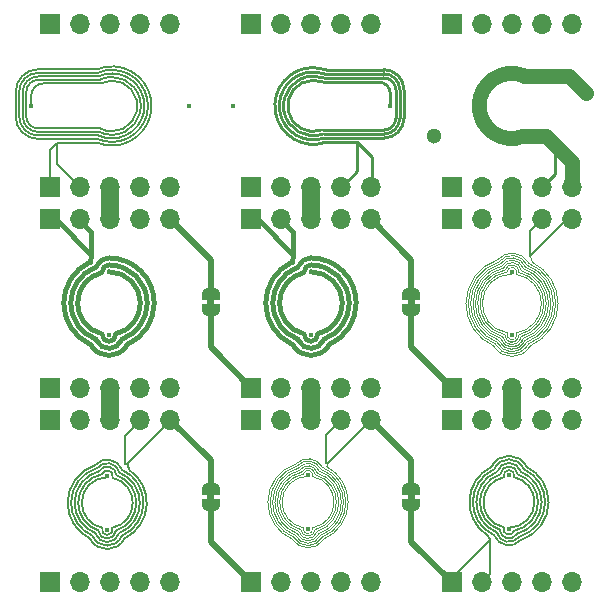
<source format=gbr>
%TF.GenerationSoftware,KiCad,Pcbnew,8.0.0*%
%TF.CreationDate,2024-05-13T09:11:22+02:00*%
%TF.ProjectId,Planar_XFMR,506c616e-6172-45f5-9846-4d522e6b6963,A*%
%TF.SameCoordinates,Original*%
%TF.FileFunction,Copper,L4,Bot*%
%TF.FilePolarity,Positive*%
%FSLAX46Y46*%
G04 Gerber Fmt 4.6, Leading zero omitted, Abs format (unit mm)*
G04 Created by KiCad (PCBNEW 8.0.0) date 2024-05-13 09:11:22*
%MOMM*%
%LPD*%
G01*
G04 APERTURE LIST*
G04 Aperture macros list*
%AMFreePoly0*
4,1,19,0.500000,-0.750000,0.000000,-0.750000,0.000000,-0.744911,-0.071157,-0.744911,-0.207708,-0.704816,-0.327430,-0.627875,-0.420627,-0.520320,-0.479746,-0.390866,-0.500000,-0.250000,-0.500000,0.250000,-0.479746,0.390866,-0.420627,0.520320,-0.327430,0.627875,-0.207708,0.704816,-0.071157,0.744911,0.000000,0.744911,0.000000,0.750000,0.500000,0.750000,0.500000,-0.750000,0.500000,-0.750000,
$1*%
%AMFreePoly1*
4,1,19,0.000000,0.744911,0.071157,0.744911,0.207708,0.704816,0.327430,0.627875,0.420627,0.520320,0.479746,0.390866,0.500000,0.250000,0.500000,-0.250000,0.479746,-0.390866,0.420627,-0.520320,0.327430,-0.627875,0.207708,-0.704816,0.071157,-0.744911,0.000000,-0.744911,0.000000,-0.750000,-0.500000,-0.750000,-0.500000,0.750000,0.000000,0.750000,0.000000,0.744911,0.000000,0.744911,
$1*%
G04 Aperture macros list end*
%TA.AperFunction,NonConductor*%
%ADD10C,0.200000*%
%TD*%
%TA.AperFunction,NonConductor*%
%ADD11C,0.100000*%
%TD*%
%TA.AperFunction,EtchedComponent*%
%ADD12C,0.000000*%
%TD*%
%TA.AperFunction,SMDPad,CuDef*%
%ADD13FreePoly0,270.000000*%
%TD*%
%TA.AperFunction,SMDPad,CuDef*%
%ADD14FreePoly1,270.000000*%
%TD*%
%TA.AperFunction,ComponentPad*%
%ADD15R,1.700000X1.700000*%
%TD*%
%TA.AperFunction,ComponentPad*%
%ADD16O,1.700000X1.700000*%
%TD*%
%TA.AperFunction,ViaPad*%
%ADD17C,0.450000*%
%TD*%
%TA.AperFunction,ViaPad*%
%ADD18C,1.300000*%
%TD*%
%TA.AperFunction,Conductor*%
%ADD19C,0.500000*%
%TD*%
%TA.AperFunction,Conductor*%
%ADD20C,0.200000*%
%TD*%
%TA.AperFunction,Conductor*%
%ADD21C,0.250000*%
%TD*%
%TA.AperFunction,Conductor*%
%ADD22C,1.300000*%
%TD*%
%TA.AperFunction,Conductor*%
%ADD23C,0.400000*%
%TD*%
%TA.AperFunction,Conductor*%
%ADD24C,0.100000*%
%TD*%
%TA.AperFunction,Conductor*%
%ADD25C,0.450000*%
%TD*%
%TA.AperFunction,Conductor*%
%ADD26C,1.500000*%
%TD*%
G04 APERTURE END LIST*
D10*
X111990000Y-73500000D02*
G75*
G02*
X114090017Y-70820070I2760000J0D01*
G01*
X152120014Y-73450000D02*
G75*
G02*
X149796033Y-76639020I-3350014J0D01*
G01*
D11*
X133340818Y-70445121D02*
X133340000Y-70120000D01*
X130411065Y-76575261D02*
G75*
G02*
X128350000Y-73450000I1338935J3125261D01*
G01*
D10*
X112290000Y-73500000D02*
G75*
G02*
X114317226Y-71078367I2460000J0D01*
G01*
X148350137Y-71332220D02*
G75*
G02*
X149194995Y-71318254I419863J162220D01*
G01*
X113896305Y-70561555D02*
G75*
G02*
X115792293Y-70944374I853695J-658445D01*
G01*
X115792294Y-70944374D02*
G75*
G02*
X115756643Y-76069877I-1042294J-2555626D01*
G01*
X114009455Y-75845889D02*
G75*
G02*
X112290000Y-73500000I740545J2345889D01*
G01*
X115994960Y-76302081D02*
G75*
G02*
X113507108Y-76306986I-1244960J522081D01*
G01*
D11*
X133079999Y-76600000D02*
G75*
G02*
X130408220Y-76581902I-1329999J878600D01*
G01*
X132511749Y-70964092D02*
G75*
G02*
X132514141Y-75935174I-761749J-2485908D01*
G01*
X129550000Y-73450000D02*
G75*
G02*
X131750000Y-71250000I2200000J0D01*
G01*
X128550000Y-73450000D02*
G75*
G02*
X130866565Y-70374363I3200000J0D01*
G01*
D10*
X113281398Y-76510946D02*
G75*
G02*
X111399987Y-73500000I1468602J3010946D01*
G01*
X146935217Y-76252885D02*
X147190000Y-76600000D01*
D11*
X129150000Y-73450000D02*
G75*
G02*
X131232206Y-70902081I2600000J0D01*
G01*
D10*
X148329459Y-75564598D02*
G75*
G02*
X148349942Y-71331238I440541J2114598D01*
G01*
X111399986Y-73500000D02*
G75*
G02*
X113723967Y-70310980I3350014J0D01*
G01*
D11*
X132517652Y-75946596D02*
G75*
G02*
X130978798Y-75934122I-767652J225196D01*
G01*
D10*
X147761890Y-70876376D02*
G75*
G02*
X149770962Y-70852864I1008110J-293624D01*
G01*
D11*
X130543073Y-76413668D02*
G75*
G02*
X128550000Y-73450000I1206927J2963668D01*
G01*
D10*
X115496839Y-75848788D02*
G75*
G02*
X114004464Y-75861703I-746839J68788D01*
G01*
X147290163Y-70440217D02*
G75*
G02*
X150243873Y-70428247I1479837J-729783D01*
G01*
D11*
X131369031Y-71048090D02*
G75*
G02*
X132142231Y-71248446I380969J-121910D01*
G01*
D10*
X151230000Y-73450000D02*
G75*
G02*
X149202774Y-75871633I-2460000J0D01*
G01*
D11*
X129350000Y-73450000D02*
G75*
G02*
X131374034Y-71079631I2400000J0D01*
G01*
X132967683Y-76412265D02*
G75*
G02*
X130757570Y-76708885I-1217683J690865D01*
G01*
D10*
X148023161Y-71101212D02*
G75*
G02*
X149515536Y-71088297I746839J-68788D01*
G01*
X113724654Y-70311589D02*
G75*
G02*
X116024615Y-70718102I1025346J-908411D01*
G01*
D11*
X128950000Y-73450000D02*
G75*
G02*
X131092358Y-70728326I2800000J0D01*
G01*
D10*
X116229837Y-76509783D02*
G75*
G02*
X113276127Y-76521753I-1479837J729783D01*
G01*
D11*
X132963619Y-70489066D02*
G75*
G02*
X132966628Y-76409699I-1213619J-2960934D01*
G01*
X128750000Y-73450000D02*
G75*
G02*
X130986254Y-70548846I3000000J0D01*
G01*
X132825269Y-76254164D02*
G75*
G02*
X130676071Y-76256860I-1075269J532764D01*
G01*
D10*
X150238602Y-70439054D02*
G75*
G02*
X152120013Y-73450000I-1468602J-3010946D01*
G01*
X150930000Y-73450000D02*
G75*
G02*
X148770000Y-75610000I-2160000J0D01*
G01*
X149206488Y-75892414D02*
G75*
G02*
X148320000Y-75610000I-436488J162414D01*
G01*
D11*
X132142230Y-75642971D02*
G75*
G02*
X131362877Y-75620748I-392230J-78429D01*
G01*
D10*
X112590000Y-73500000D02*
G75*
G02*
X114750000Y-71340000I2160000J0D01*
G01*
X147727706Y-76005626D02*
G75*
G02*
X147763357Y-70880123I1042294J2555626D01*
G01*
D11*
X132669659Y-76114136D02*
G75*
G02*
X130823931Y-76098772I-919659J392736D01*
G01*
D10*
X116024615Y-70718103D02*
G75*
G02*
X115992443Y-76296414I-1274615J-2781897D01*
G01*
D11*
X130862959Y-70361807D02*
G75*
G02*
X132825268Y-70637254I887041J-808193D01*
G01*
D10*
X113511094Y-76297983D02*
G75*
G02*
X111690001Y-73500000I1238906J2797983D01*
G01*
X116569237Y-70679968D02*
X116450000Y-70150000D01*
X147525040Y-70647919D02*
G75*
G02*
X150012892Y-70643014I1244960J-522081D01*
G01*
X116584783Y-70697116D02*
G75*
G02*
X116228118Y-76506286I-1834783J-2802884D01*
G01*
D11*
X132345603Y-75793925D02*
G75*
G02*
X131153256Y-75783844I-595603J72525D01*
G01*
D10*
X149510545Y-71104111D02*
G75*
G02*
X151230000Y-73450000I-740545J-2345889D01*
G01*
D11*
X132135878Y-71284108D02*
G75*
G02*
X132137340Y-75615631I-385878J-2165892D01*
G01*
X130979117Y-75933091D02*
G75*
G02*
X129150000Y-73450000I770883J2483091D01*
G01*
D10*
X115169863Y-75617780D02*
G75*
G02*
X114325005Y-75631746I-419863J-162220D01*
G01*
X111690000Y-73500000D02*
G75*
G02*
X113896250Y-70561512I3060000J0D01*
G01*
X149444557Y-76138762D02*
G75*
G02*
X147982888Y-75780676I-674557J408762D01*
G01*
D11*
X130825909Y-76093115D02*
G75*
G02*
X128950000Y-73450000I924091J2643115D01*
G01*
D10*
X113757435Y-76075348D02*
G75*
G02*
X111990000Y-73500000I992565J2575348D01*
G01*
D11*
X131089881Y-70718072D02*
G75*
G02*
X132517653Y-70944821I660119J-451928D01*
G01*
D10*
X149762565Y-70874652D02*
G75*
G02*
X151530000Y-73450000I-992565J-2575348D01*
G01*
X114313512Y-71057586D02*
G75*
G02*
X115200000Y-71340000I436488J-162414D01*
G01*
D11*
X132339042Y-71123408D02*
G75*
G02*
X132341068Y-75776078I-589042J-2326592D01*
G01*
D10*
X149623695Y-76388445D02*
G75*
G02*
X147727707Y-76005626I-853695J658445D01*
G01*
D11*
X135150000Y-73450000D02*
G75*
G02*
X133072505Y-76582249I-3400000J0D01*
G01*
D10*
X115758110Y-76073624D02*
G75*
G02*
X113749038Y-76097136I-1008110J293624D01*
G01*
D11*
X133340818Y-70445122D02*
G75*
G02*
X135149999Y-73450000I-1590818J-3004878D01*
G01*
D10*
X146935217Y-76252884D02*
G75*
G02*
X147291882Y-70443714I1834783J2802884D01*
G01*
X151530000Y-73450000D02*
G75*
G02*
X149429983Y-76129930I-2760000J0D01*
G01*
X150008906Y-70652017D02*
G75*
G02*
X151829999Y-73450000I-1238906J-2797983D01*
G01*
D11*
X132822407Y-70644741D02*
G75*
G02*
X132825269Y-76254163I-1072407J-2805259D01*
G01*
X131155468Y-75775195D02*
G75*
G02*
X129350000Y-73450000I594532J2325195D01*
G01*
D10*
X147495385Y-76231897D02*
G75*
G02*
X147527557Y-70653586I1274615J2781897D01*
G01*
D11*
X131363754Y-75615829D02*
G75*
G02*
X129550000Y-73450000I386246J2165829D01*
G01*
D10*
X114327683Y-75618313D02*
G75*
G02*
X112590000Y-73500000I422317J2118313D01*
G01*
D11*
X128350000Y-73450000D02*
G75*
G02*
X130761887Y-70196750I3400000J0D01*
G01*
D10*
X114075443Y-70811238D02*
G75*
G02*
X115537112Y-71169324I674557J-408762D01*
G01*
D11*
X132967683Y-76412265D02*
G75*
G02*
X130538942Y-76423813I-1217683J690865D01*
G01*
D10*
X147982886Y-75780674D02*
G75*
G02*
X148024575Y-71105660I787114J2330674D01*
G01*
X115190541Y-71385402D02*
G75*
G02*
X115170058Y-75618762I-440541J-2114598D01*
G01*
D11*
X130757568Y-70182530D02*
G75*
G02*
X132967682Y-70479153I992432J-987470D01*
G01*
X130981372Y-70530303D02*
G75*
G02*
X132669659Y-70777281I768628J-639697D01*
G01*
D10*
X115537114Y-71169326D02*
G75*
G02*
X115495425Y-75844340I-787114J-2330674D01*
G01*
D11*
X130677962Y-76251915D02*
G75*
G02*
X128750001Y-73450000I1072038J2801915D01*
G01*
D10*
X149795346Y-76638411D02*
G75*
G02*
X147495385Y-76231898I-1025346J908411D01*
G01*
D11*
X131226923Y-70876080D02*
G75*
G02*
X132345602Y-71097492I523077J-293920D01*
G01*
D10*
X149192317Y-71331687D02*
G75*
G02*
X150930000Y-73450000I-422317J-2118313D01*
G01*
D11*
X132667019Y-70784956D02*
G75*
G02*
X132669659Y-76114134I-917019J-2665044D01*
G01*
D10*
X151830000Y-73450000D02*
G75*
G02*
X149623750Y-76388488I-3060000J0D01*
G01*
D12*
%TA.AperFunction,EtchedComponent*%
%TO.C,JP4*%
G36*
X123800000Y-56750000D02*
G01*
X123200000Y-56750000D01*
X123200000Y-56250000D01*
X123800000Y-56250000D01*
X123800000Y-56750000D01*
G37*
%TD.AperFunction*%
%TA.AperFunction,EtchedComponent*%
%TO.C,JP3*%
G36*
X140800000Y-73250000D02*
G01*
X140200000Y-73250000D01*
X140200000Y-72750000D01*
X140800000Y-72750000D01*
X140800000Y-73250000D01*
G37*
%TD.AperFunction*%
%TA.AperFunction,EtchedComponent*%
%TO.C,JP2*%
G36*
X123800000Y-73250000D02*
G01*
X123200000Y-73250000D01*
X123200000Y-72750000D01*
X123800000Y-72750000D01*
X123800000Y-73250000D01*
G37*
%TD.AperFunction*%
%TA.AperFunction,EtchedComponent*%
%TO.C,JP1*%
G36*
X140800000Y-56750000D02*
G01*
X140200000Y-56750000D01*
X140200000Y-56250000D01*
X140800000Y-56250000D01*
X140800000Y-56750000D01*
G37*
%TD.AperFunction*%
%TD*%
D13*
%TO.P,JP4,1,A*%
%TO.N,Net-(J11-Pin_1)*%
X123500000Y-55850000D03*
D14*
%TO.P,JP4,2,B*%
%TO.N,Net-(J10-Pin_1)*%
X123500000Y-57150000D03*
%TD*%
D13*
%TO.P,JP3,1,A*%
%TO.N,Net-(J15-Pin_4)*%
X140500000Y-72350000D03*
D14*
%TO.P,JP3,2,B*%
%TO.N,Net-(J16-Pin_4)*%
X140500000Y-73650000D03*
%TD*%
D13*
%TO.P,JP2,1,A*%
%TO.N,Net-(J13-Pin_4)*%
X123500000Y-72350000D03*
D14*
%TO.P,JP2,2,B*%
%TO.N,Net-(J14-Pin_4)*%
X123500000Y-73650000D03*
%TD*%
D13*
%TO.P,JP1,1,A*%
%TO.N,Net-(J11-Pin_1)*%
X140500000Y-55850000D03*
D14*
%TO.P,JP1,2,B*%
%TO.N,Net-(J10-Pin_4)*%
X140500000Y-57150000D03*
%TD*%
D15*
%TO.P,J6,1,Pin_1*%
%TO.N,Net-(J3-Pin_4)*%
X143925000Y-46750000D03*
D16*
%TO.P,J6,2,Pin_2*%
X146465000Y-46750000D03*
%TO.P,J6,3,Pin_3*%
%TO.N,Net-(J11-Pin_3)*%
X149005000Y-46750000D03*
%TO.P,J6,4,Pin_4*%
%TO.N,Net-(J5-Pin_4)*%
X151545000Y-46750000D03*
%TO.P,J6,5,Pin_5*%
X154085000Y-46750000D03*
%TD*%
D15*
%TO.P,J10,1,Pin_1*%
%TO.N,Net-(J10-Pin_1)*%
X126925000Y-63750000D03*
D16*
%TO.P,J10,2,Pin_2*%
X129465000Y-63750000D03*
%TO.P,J10,3,Pin_3*%
%TO.N,Net-(J10-Pin_3)*%
X132005000Y-63750000D03*
%TO.P,J10,4,Pin_4*%
%TO.N,Net-(J10-Pin_4)*%
X134545000Y-63750000D03*
%TO.P,J10,5,Pin_5*%
X137085000Y-63750000D03*
%TD*%
D15*
%TO.P,J2,1,Pin_1*%
%TO.N,Net-(J1-Pin_1)*%
X109925000Y-46750000D03*
D16*
%TO.P,J2,2,Pin_2*%
X112465000Y-46750000D03*
%TO.P,J2,3,Pin_3*%
%TO.N,Net-(J2-Pin_3)*%
X115005000Y-46750000D03*
%TO.P,J2,4,Pin_4*%
%TO.N,Net-(J1-Pin_4)*%
X117545000Y-46750000D03*
%TO.P,J2,5,Pin_5*%
X120085000Y-46750000D03*
%TD*%
D15*
%TO.P,J3,1,Pin_1*%
%TO.N,Net-(J1-Pin_4)*%
X126925000Y-33000000D03*
D16*
%TO.P,J3,2,Pin_2*%
X129465000Y-33000000D03*
%TO.P,J3,3,Pin_3*%
%TO.N,unconnected-(J3-Pin_3-Pad3)*%
X132005000Y-33000000D03*
%TO.P,J3,4,Pin_4*%
%TO.N,Net-(J3-Pin_4)*%
X134545000Y-33000000D03*
%TO.P,J3,5,Pin_5*%
X137085000Y-33000000D03*
%TD*%
D15*
%TO.P,J12,1,Pin_1*%
%TO.N,Net-(J10-Pin_4)*%
X143925000Y-63750000D03*
D16*
%TO.P,J12,2,Pin_2*%
X146465000Y-63750000D03*
%TO.P,J12,3,Pin_3*%
%TO.N,Net-(J12-Pin_3)*%
X149005000Y-63750000D03*
%TO.P,J12,4,Pin_4*%
%TO.N,Net-(J10-Pin_4)*%
X151545000Y-63750000D03*
%TO.P,J12,5,Pin_5*%
X154085000Y-63750000D03*
%TD*%
D15*
%TO.P,J8,1,Pin_1*%
%TO.N,Net-(J10-Pin_1)*%
X109925000Y-63750000D03*
D16*
%TO.P,J8,2,Pin_2*%
X112465000Y-63750000D03*
%TO.P,J8,3,Pin_3*%
%TO.N,Net-(J13-Pin_3)*%
X115005000Y-63750000D03*
%TO.P,J8,4,Pin_4*%
%TO.N,Net-(J10-Pin_1)*%
X117545000Y-63750000D03*
%TO.P,J8,5,Pin_5*%
X120085000Y-63750000D03*
%TD*%
D15*
%TO.P,J11,1,Pin_1*%
%TO.N,Net-(J11-Pin_1)*%
X143925000Y-49500000D03*
D16*
%TO.P,J11,2,Pin_2*%
X146465000Y-49500000D03*
%TO.P,J11,3,Pin_3*%
%TO.N,Net-(J11-Pin_3)*%
X149005000Y-49500000D03*
%TO.P,J11,4,Pin_4*%
%TO.N,Net-(J11-Pin_1)*%
X151545000Y-49500000D03*
%TO.P,J11,5,Pin_5*%
X154085000Y-49500000D03*
%TD*%
D15*
%TO.P,J18,1,Pin_1*%
%TO.N,Net-(J16-Pin_4)*%
X143925000Y-80250000D03*
D16*
%TO.P,J18,2,Pin_2*%
X146465000Y-80250000D03*
%TO.P,J18,3,Pin_3*%
%TO.N,unconnected-(J18-Pin_3-Pad3)*%
X149005000Y-80250000D03*
%TO.P,J18,4,Pin_4*%
%TO.N,Net-(J18-Pin_4)*%
X151545000Y-80250000D03*
%TO.P,J18,5,Pin_5*%
X154085000Y-80250000D03*
%TD*%
D15*
%TO.P,J16,1,Pin_1*%
%TO.N,Net-(J14-Pin_4)*%
X126925000Y-80250000D03*
D16*
%TO.P,J16,2,Pin_2*%
X129465000Y-80250000D03*
%TO.P,J16,3,Pin_3*%
%TO.N,unconnected-(J16-Pin_3-Pad3)*%
X132005000Y-80250000D03*
%TO.P,J16,4,Pin_4*%
%TO.N,Net-(J16-Pin_4)*%
X134545000Y-80250000D03*
%TO.P,J16,5,Pin_5*%
X137085000Y-80250000D03*
%TD*%
D15*
%TO.P,J17,1,Pin_1*%
%TO.N,Net-(J15-Pin_4)*%
X143925000Y-66500000D03*
D16*
%TO.P,J17,2,Pin_2*%
X146465000Y-66500000D03*
%TO.P,J17,3,Pin_3*%
%TO.N,Net-(J12-Pin_3)*%
X149005000Y-66500000D03*
%TO.P,J17,4,Pin_4*%
%TO.N,Net-(J17-Pin_4)*%
X151545000Y-66500000D03*
%TO.P,J17,5,Pin_5*%
X154085000Y-66500000D03*
%TD*%
D15*
%TO.P,J4,1,Pin_1*%
%TO.N,Net-(J1-Pin_4)*%
X126925000Y-46750000D03*
D16*
%TO.P,J4,2,Pin_2*%
X129465000Y-46750000D03*
%TO.P,J4,3,Pin_3*%
%TO.N,Net-(J4-Pin_3)*%
X132005000Y-46750000D03*
%TO.P,J4,4,Pin_4*%
%TO.N,Net-(J3-Pin_4)*%
X134545000Y-46750000D03*
%TO.P,J4,5,Pin_5*%
X137085000Y-46750000D03*
%TD*%
D15*
%TO.P,J9,1,Pin_1*%
%TO.N,Net-(J11-Pin_1)*%
X126925000Y-49500000D03*
D16*
%TO.P,J9,2,Pin_2*%
X129465000Y-49500000D03*
%TO.P,J9,3,Pin_3*%
%TO.N,Net-(J4-Pin_3)*%
X132005000Y-49500000D03*
%TO.P,J9,4,Pin_4*%
%TO.N,Net-(J11-Pin_1)*%
X134545000Y-49500000D03*
%TO.P,J9,5,Pin_5*%
X137085000Y-49500000D03*
%TD*%
D15*
%TO.P,J7,1,Pin_1*%
%TO.N,Net-(J11-Pin_1)*%
X109925000Y-49500000D03*
D16*
%TO.P,J7,2,Pin_2*%
X112465000Y-49500000D03*
%TO.P,J7,3,Pin_3*%
%TO.N,Net-(J2-Pin_3)*%
X115005000Y-49500000D03*
%TO.P,J7,4,Pin_4*%
%TO.N,Net-(J11-Pin_1)*%
X117545000Y-49500000D03*
%TO.P,J7,5,Pin_5*%
X120085000Y-49500000D03*
%TD*%
D15*
%TO.P,J5,1,Pin_1*%
%TO.N,Net-(J3-Pin_4)*%
X143925000Y-33000000D03*
D16*
%TO.P,J5,2,Pin_2*%
X146465000Y-33000000D03*
%TO.P,J5,3,Pin_3*%
%TO.N,unconnected-(J5-Pin_3-Pad3)*%
X149005000Y-33000000D03*
%TO.P,J5,4,Pin_4*%
%TO.N,Net-(J5-Pin_4)*%
X151545000Y-33000000D03*
%TO.P,J5,5,Pin_5*%
X154085000Y-33000000D03*
%TD*%
D15*
%TO.P,J15,1,Pin_1*%
%TO.N,Net-(J13-Pin_4)*%
X126925000Y-66500000D03*
D16*
%TO.P,J15,2,Pin_2*%
X129465000Y-66500000D03*
%TO.P,J15,3,Pin_3*%
%TO.N,Net-(J10-Pin_3)*%
X132005000Y-66500000D03*
%TO.P,J15,4,Pin_4*%
%TO.N,Net-(J15-Pin_4)*%
X134545000Y-66500000D03*
%TO.P,J15,5,Pin_5*%
X137085000Y-66500000D03*
%TD*%
D15*
%TO.P,J1,1,Pin_1*%
%TO.N,Net-(J1-Pin_1)*%
X109925000Y-33000000D03*
D16*
%TO.P,J1,2,Pin_2*%
X112465000Y-33000000D03*
%TO.P,J1,3,Pin_3*%
%TO.N,unconnected-(J1-Pin_3-Pad3)*%
X115005000Y-33000000D03*
%TO.P,J1,4,Pin_4*%
%TO.N,Net-(J1-Pin_4)*%
X117545000Y-33000000D03*
%TO.P,J1,5,Pin_5*%
X120085000Y-33000000D03*
%TD*%
D15*
%TO.P,J14,1,Pin_1*%
%TO.N,Net-(J14-Pin_1)*%
X109925000Y-80250000D03*
D16*
%TO.P,J14,2,Pin_2*%
X112465000Y-80250000D03*
%TO.P,J14,3,Pin_3*%
%TO.N,unconnected-(J14-Pin_3-Pad3)*%
X115005000Y-80250000D03*
%TO.P,J14,4,Pin_4*%
%TO.N,Net-(J14-Pin_4)*%
X117545000Y-80250000D03*
%TO.P,J14,5,Pin_5*%
X120085000Y-80250000D03*
%TD*%
D15*
%TO.P,J13,1,Pin_1*%
%TO.N,Net-(J13-Pin_1)*%
X109925000Y-66500000D03*
D16*
%TO.P,J13,2,Pin_2*%
X112465000Y-66500000D03*
%TO.P,J13,3,Pin_3*%
%TO.N,Net-(J13-Pin_3)*%
X115005000Y-66500000D03*
%TO.P,J13,4,Pin_4*%
%TO.N,Net-(J13-Pin_4)*%
X117545000Y-66500000D03*
%TO.P,J13,5,Pin_5*%
X120085000Y-66500000D03*
%TD*%
D17*
%TO.N,*%
X131750000Y-71170000D03*
X131750000Y-75730000D03*
X114750000Y-71220000D03*
X148770000Y-75730000D03*
X132000000Y-59275000D03*
X114750000Y-75780000D03*
X148770000Y-71170000D03*
X149020925Y-59310459D03*
%TO.N,Net-(J1-Pin_1)*%
X108325000Y-39900000D03*
%TO.N,Net-(J1-Pin_4)*%
X121675000Y-39900000D03*
X125375000Y-39900000D03*
D18*
%TO.N,Net-(J3-Pin_4)*%
X142400000Y-42450000D03*
D17*
X138725000Y-39900000D03*
D18*
%TO.N,Net-(J5-Pin_4)*%
X155300000Y-38800000D03*
D17*
%TO.N,Net-(J10-Pin_1)*%
X114900000Y-59275000D03*
%TO.N,Net-(J11-Pin_1)*%
X149020925Y-53960459D03*
X114900000Y-53925000D03*
X132000000Y-53925000D03*
%TD*%
D19*
%TO.N,Net-(J11-Pin_1)*%
X123500000Y-52915000D02*
X123500000Y-55850000D01*
X120085000Y-49500000D02*
X123500000Y-52915000D01*
%TO.N,Net-(J10-Pin_1)*%
X123500000Y-60325000D02*
X126925000Y-63750000D01*
X123500000Y-57150000D02*
X123500000Y-60325000D01*
%TO.N,Net-(J15-Pin_4)*%
X140500000Y-69915000D02*
X140500000Y-72350000D01*
X137085000Y-66500000D02*
X140500000Y-69915000D01*
%TO.N,Net-(J16-Pin_4)*%
X140500000Y-76825000D02*
X140500000Y-73650000D01*
X143925000Y-80250000D02*
X140500000Y-76825000D01*
%TO.N,Net-(J13-Pin_4)*%
X123500000Y-69915000D02*
X123500000Y-72350000D01*
X120085000Y-66500000D02*
X123500000Y-69915000D01*
%TO.N,Net-(J14-Pin_4)*%
X123500000Y-76825000D02*
X123500000Y-73650000D01*
X126925000Y-80250000D02*
X123500000Y-76825000D01*
%TO.N,Net-(J10-Pin_4)*%
X140500000Y-60325000D02*
X143925000Y-63750000D01*
X140500000Y-57150000D02*
X140500000Y-60325000D01*
%TO.N,Net-(J11-Pin_1)*%
X140500000Y-52915000D02*
X137085000Y-49500000D01*
X140500000Y-55850000D02*
X140500000Y-52915000D01*
D20*
%TO.N,Net-(J1-Pin_1)*%
X114125000Y-38000000D02*
X109325000Y-38000000D01*
X107000000Y-39900000D02*
X107000000Y-38700000D01*
X107300000Y-39900000D02*
X107300000Y-38700000D01*
X114000000Y-42400000D02*
X108900000Y-42400000D01*
X110500000Y-43025000D02*
X109925000Y-43600000D01*
X107600000Y-40350000D02*
X107600000Y-38700000D01*
X114000000Y-37400000D02*
X108900000Y-37400000D01*
X112465000Y-46800000D02*
X110500000Y-44835000D01*
X113875000Y-43000000D02*
X110500000Y-43000000D01*
X110500000Y-44835000D02*
X110500000Y-43025000D01*
X107300000Y-39900000D02*
X107300000Y-40800000D01*
X110500000Y-43000000D02*
X110500000Y-43025000D01*
X108325000Y-39900000D02*
X108325000Y-39000000D01*
X107600000Y-39900000D02*
X107600000Y-40800000D01*
X113925000Y-42700000D02*
X108900000Y-42700000D01*
X113875000Y-36800000D02*
X108900000Y-36800000D01*
X114050000Y-37700000D02*
X108900000Y-37700000D01*
X109925000Y-43600000D02*
X109925000Y-46800000D01*
X114125000Y-41800000D02*
X108900000Y-41800000D01*
X107900000Y-40800000D02*
X107900000Y-38700000D01*
X107000000Y-39900000D02*
X107000000Y-40800000D01*
X113925000Y-37100000D02*
X108900000Y-37100000D01*
X114050000Y-42100000D02*
X108900000Y-42100000D01*
X113927503Y-42694279D02*
G75*
G03*
X115150000Y-42949999I1222497J2794279D01*
G01*
X107000000Y-40800000D02*
G75*
G03*
X108900000Y-42700000I1900000J0D01*
G01*
X107600000Y-40800000D02*
G75*
G03*
X108900000Y-42100000I1300000J0D01*
G01*
X114054327Y-42091347D02*
G75*
G03*
X115150000Y-42350000I1095673J2191347D01*
G01*
X115150000Y-42050000D02*
G75*
G03*
X114129201Y-38007787I0J2150000D01*
G01*
X109325000Y-38000000D02*
G75*
G03*
X108325000Y-39000000I0J-1000000D01*
G01*
X108900000Y-37400000D02*
G75*
G03*
X107600000Y-38700000I0J-1300000D01*
G01*
X115150000Y-42650000D02*
G75*
G03*
X114000760Y-37401651I0J2750000D01*
G01*
X107900000Y-40800000D02*
G75*
G03*
X108900000Y-41800000I1000000J0D01*
G01*
X115150000Y-42950000D02*
G75*
G03*
X113927503Y-37105720I0J3050000D01*
G01*
X113875745Y-42998189D02*
G75*
G03*
X115150000Y-43250000I1274255J3098189D01*
G01*
X108900000Y-37100000D02*
G75*
G03*
X107300000Y-38700000I0J-1600000D01*
G01*
X108900000Y-37700000D02*
G75*
G03*
X107900000Y-38700000I0J-1000000D01*
G01*
X114129201Y-41792213D02*
G75*
G03*
X115150000Y-42050000I1020799J1892213D01*
G01*
X108900000Y-36800000D02*
G75*
G03*
X107000000Y-38700000I0J-1900000D01*
G01*
X115150000Y-43250000D02*
G75*
G03*
X113875745Y-36801811I0J3350000D01*
G01*
X114000760Y-42398349D02*
G75*
G03*
X115150000Y-42650000I1149240J2498349D01*
G01*
X107300000Y-40800000D02*
G75*
G03*
X108900000Y-42400000I1600000J0D01*
G01*
X115150000Y-42350000D02*
G75*
G03*
X114054327Y-37708653I0J2450000D01*
G01*
D21*
%TO.N,Net-(J3-Pin_4)*%
X138174352Y-42624352D02*
X133124127Y-42622428D01*
X138175000Y-37175000D02*
X133125000Y-37175000D01*
X137725000Y-37875000D02*
X133000000Y-37875000D01*
X138174992Y-37525008D02*
X133075000Y-37525047D01*
X134595000Y-46750000D02*
X135900000Y-45445000D01*
X139175000Y-39900000D02*
X139175000Y-38525008D01*
X135900000Y-42975000D02*
X133275000Y-42974977D01*
X135900000Y-45445000D02*
X135900000Y-42975000D01*
X138174990Y-42274990D02*
X133075000Y-42274953D01*
X137135000Y-44210000D02*
X135900000Y-42975000D01*
X139525000Y-39900000D02*
X139525000Y-38525011D01*
X138175000Y-36825000D02*
X133275000Y-36825023D01*
X138170951Y-41945935D02*
X133000000Y-41925000D01*
X139875000Y-39900000D02*
X139875000Y-40924352D01*
X139175000Y-39900000D02*
X139175000Y-40945943D01*
X139525000Y-39900000D02*
X139525000Y-40924990D01*
X138725000Y-39900000D02*
X138725000Y-38875000D01*
X137135000Y-46750000D02*
X137135000Y-44210000D01*
X139875000Y-39900000D02*
X139875000Y-38525000D01*
X132200000Y-36645000D02*
G75*
G02*
X133274185Y-36827354I0J-3255000D01*
G01*
X138175000Y-37175000D02*
G75*
G02*
X139525000Y-38525011I0J-1350000D01*
G01*
X132200000Y-37025000D02*
G75*
G02*
X133124127Y-37177572I0J-2875000D01*
G01*
X132200000Y-37725000D02*
G75*
G02*
X132999156Y-37877137I0J-2175000D01*
G01*
X137725000Y-37875000D02*
G75*
G02*
X138725000Y-38875000I0J-1000000D01*
G01*
X133072921Y-42269311D02*
G75*
G02*
X132200000Y-37375000I-872921J2369311D01*
G01*
X138175000Y-36825000D02*
G75*
G02*
X139875000Y-38525000I0J-1700000D01*
G01*
X139525000Y-40924990D02*
G75*
G02*
X138174990Y-42275000I-1350000J-10D01*
G01*
X139875000Y-40924352D02*
G75*
G02*
X138174352Y-42624400I-1700000J-48D01*
G01*
X133274185Y-42972646D02*
G75*
G02*
X132200000Y-36645000I-1074185J3072646D01*
G01*
X133124127Y-42622427D02*
G75*
G02*
X132200000Y-37025001I-924127J2722427D01*
G01*
X132999156Y-41922863D02*
G75*
G02*
X132200000Y-37725000I-799156J2022863D01*
G01*
X138174992Y-37525008D02*
G75*
G02*
X139174992Y-38525008I8J-999992D01*
G01*
X139175000Y-40945943D02*
G75*
G02*
X138170951Y-41945892I-1000000J43D01*
G01*
X132200000Y-37375000D02*
G75*
G02*
X133072921Y-37530689I0J-2525000D01*
G01*
D22*
%TO.N,Net-(J5-Pin_4)*%
X153850000Y-37350000D02*
X150050000Y-37350000D01*
X153850000Y-37350000D02*
X155300000Y-38800000D01*
X152821681Y-43378319D02*
X151891585Y-42448224D01*
X151891585Y-42448224D02*
X151573224Y-42448224D01*
X151573224Y-42448224D02*
X150050000Y-42450000D01*
D21*
X151535000Y-46800000D02*
X152650000Y-45685000D01*
D22*
X154075000Y-46800000D02*
X154075000Y-44631639D01*
X154075000Y-44631639D02*
X152821681Y-43378319D01*
D21*
X152650000Y-45685000D02*
X152650000Y-43550000D01*
X152650000Y-43550000D02*
X152821681Y-43378319D01*
D22*
X150050000Y-42450000D02*
G75*
G02*
X150050000Y-37350000I-1050000J2550000D01*
G01*
D23*
%TO.N,Net-(J11-Pin_1)*%
X130500000Y-50535000D02*
X130500000Y-52500000D01*
D20*
X153720925Y-49485459D02*
X150570925Y-52635459D01*
D24*
X150725977Y-53127924D02*
X150570925Y-52610459D01*
D23*
X109825000Y-49500000D02*
X110400000Y-49500000D01*
X112365000Y-49500000D02*
X113400000Y-50535000D01*
X126925000Y-49500000D02*
X127500000Y-49500000D01*
X127500000Y-49500000D02*
X130500000Y-52500000D01*
D20*
X150570925Y-50470459D02*
X150570925Y-52635459D01*
D25*
X113289228Y-53125189D02*
X113370000Y-52530000D01*
D23*
X110400000Y-49500000D02*
X113400000Y-52500000D01*
D25*
X130389228Y-53125189D02*
X130470000Y-52530000D01*
D20*
X151555925Y-49485459D02*
X150570925Y-50470459D01*
D23*
X113400000Y-50535000D02*
X113400000Y-52500000D01*
X129465000Y-49500000D02*
X130500000Y-50535000D01*
D24*
X148300485Y-53612660D02*
G75*
G02*
X149806311Y-53808448I720415J-347840D01*
G01*
X149378695Y-59131574D02*
G75*
G02*
X149420940Y-59310459I-357795J-178926D01*
G01*
D25*
X115470000Y-59260018D02*
G75*
G02*
X114330000Y-59260003I-570000J18D01*
G01*
D24*
X149995924Y-60010459D02*
G75*
G02*
X147909996Y-59764930I-975024J699959D01*
G01*
X148242773Y-59436302D02*
G75*
G02*
X148446922Y-53785766I778147J2800842D01*
G01*
X148620926Y-53960459D02*
G75*
G02*
X149378669Y-54139331I399974J-41D01*
G01*
X152920925Y-56635459D02*
G75*
G02*
X150560538Y-60218754I-3900025J-41D01*
G01*
D25*
X111070000Y-56600000D02*
G75*
G02*
X113289228Y-53125189I3830000J0D01*
G01*
D24*
X149620925Y-59310459D02*
G75*
G02*
X148420925Y-59310459I-600000J0D01*
G01*
D25*
X114900000Y-53939982D02*
G75*
G02*
X117560018Y-56600000I0J-2660018D01*
G01*
D24*
X147806117Y-52919194D02*
G75*
G02*
X150420722Y-53185571I1214783J-1041306D01*
G01*
X151920925Y-56635459D02*
G75*
G02*
X149797237Y-59429681I-2900025J-41D01*
G01*
X147925109Y-53088787D02*
G75*
G02*
X150287842Y-53364263I1095791J-871713D01*
G01*
X150725977Y-53127924D02*
G75*
G02*
X152920948Y-56635459I-1705077J-3507576D01*
G01*
D25*
X133493695Y-60209635D02*
G75*
G02*
X130471448Y-60152447I-1493695J949635D01*
G01*
D24*
X149871987Y-59836115D02*
G75*
G02*
X148067012Y-59611695I-851087J525615D01*
G01*
X149611850Y-54000918D02*
G75*
G02*
X151720945Y-56635459I-590950J-2634582D01*
G01*
X152520925Y-56635459D02*
G75*
G02*
X150285008Y-59899272I-3500025J-41D01*
G01*
X149420925Y-59310459D02*
G75*
G02*
X148663128Y-59131561I-400025J-41D01*
G01*
D25*
X131414412Y-59194761D02*
G75*
G02*
X129339982Y-56600000I585588J2594761D01*
G01*
X132570000Y-59260018D02*
G75*
G02*
X131430000Y-59260003I-570000J18D01*
G01*
D24*
X148074782Y-59587545D02*
G75*
G02*
X145920947Y-56635459I946118J2952045D01*
G01*
X150140525Y-59743032D02*
G75*
G02*
X147909985Y-59764935I-1119625J432532D01*
G01*
X148242773Y-59436302D02*
G75*
G02*
X148446922Y-53785766I778147J2800842D01*
G01*
X148666223Y-59110168D02*
G75*
G02*
X149020925Y-54135461I354707J2474708D01*
G01*
X148045926Y-53260460D02*
G75*
G02*
X150131789Y-53506015I974974J-700040D01*
G01*
D25*
X130914339Y-53503706D02*
G75*
G02*
X131981986Y-52770091I1085661J-436294D01*
G01*
D24*
X151720925Y-56635459D02*
G75*
G02*
X149611863Y-59270058I-2700025J-41D01*
G01*
X152720925Y-56635459D02*
G75*
G02*
X150412093Y-60064023I-3700025J-41D01*
G01*
X150235734Y-60351724D02*
G75*
G02*
X147621068Y-60085380I-1214834J1041224D01*
G01*
X149806349Y-59462477D02*
G75*
G02*
X148235501Y-59462477I-785424J152018D01*
G01*
X148620926Y-53960459D02*
G75*
G02*
X149378669Y-54139331I399974J-41D01*
G01*
X145120925Y-56635459D02*
G75*
G02*
X147809172Y-52928544I3899975J-41D01*
G01*
X152320925Y-56635459D02*
G75*
G02*
X150139491Y-59740161I-3300025J-41D01*
G01*
X151720925Y-56635459D02*
G75*
G02*
X149611863Y-59270058I-2700025J-41D01*
G01*
X145520925Y-56635459D02*
G75*
G02*
X148049552Y-53273015I3499975J-41D01*
G01*
D25*
X133085661Y-59696294D02*
G75*
G02*
X130928286Y-59729512I-1085661J436294D01*
G01*
D24*
X145920925Y-56635459D02*
G75*
G02*
X148302229Y-53619981I3099975J-41D01*
G01*
X149620925Y-59310459D02*
G75*
G02*
X148420925Y-59310459I-600000J0D01*
G01*
X149871987Y-59836115D02*
G75*
G02*
X148067012Y-59611695I-851087J525615D01*
G01*
X150420752Y-60085364D02*
G75*
G02*
X147621098Y-60085364I-1399827J774905D01*
G01*
X152920925Y-56635459D02*
G75*
G02*
X150560538Y-60218754I-3900025J-41D01*
G01*
X149375628Y-54160751D02*
G75*
G02*
X151520943Y-56635459I-354728J-2474749D01*
G01*
D25*
X135240000Y-56600000D02*
G75*
G02*
X133113632Y-59642602I-3240000J0D01*
G01*
X118730000Y-56600000D02*
G75*
G02*
X116443790Y-60105084I-3830000J0D01*
G01*
X135830000Y-56600000D02*
G75*
G02*
X133543790Y-60105084I-3830000J0D01*
G01*
D24*
X149375628Y-54160751D02*
G75*
G02*
X151520943Y-56635459I-354728J-2474749D01*
G01*
X151520925Y-56635459D02*
G75*
G02*
X149375637Y-59110230I-2500025J-41D01*
G01*
X148446922Y-53785762D02*
G75*
G02*
X149620887Y-53960459I573978J-174738D01*
G01*
X150284988Y-53371698D02*
G75*
G02*
X152520946Y-56635459I-1264088J-3263802D01*
G01*
X145720925Y-56635459D02*
G75*
G02*
X148172929Y-53446334I3299975J-41D01*
G01*
X149420925Y-59310459D02*
G75*
G02*
X148663128Y-59131561I-400025J-41D01*
G01*
X148169864Y-53434803D02*
G75*
G02*
X149974769Y-53659245I851036J-525697D01*
G01*
D25*
X128170000Y-56600000D02*
G75*
G02*
X130389228Y-53125189I3830000J0D01*
G01*
D24*
X149974803Y-59611684D02*
G75*
G02*
X148067047Y-59611684I-953878J301225D01*
G01*
D25*
X134660018Y-56600000D02*
G75*
G02*
X132571728Y-59197850I-2660018J0D01*
G01*
D24*
X149967067Y-53683372D02*
G75*
G02*
X152120947Y-56635459I-946167J-2952128D01*
G01*
X148169864Y-53434803D02*
G75*
G02*
X149974769Y-53659245I851036J-525697D01*
G01*
X150287873Y-59906670D02*
G75*
G02*
X147753977Y-59906670I-1266948J596211D01*
G01*
D25*
X128760000Y-56600000D02*
G75*
G02*
X130843649Y-53573376I3240000J0D01*
G01*
D24*
X150566608Y-60232883D02*
G75*
G02*
X147468773Y-60222040I-1545708J922383D01*
G01*
X145320925Y-56635459D02*
G75*
G02*
X147928698Y-53100403I3699975J-41D01*
G01*
D25*
X113814339Y-53503706D02*
G75*
G02*
X114881986Y-52770091I1085661J-436294D01*
G01*
D24*
X150287873Y-59906670D02*
G75*
G02*
X147753977Y-59906670I-1266948J596211D01*
G01*
D25*
X130429115Y-60093024D02*
G75*
G02*
X128170001Y-56600000I1570885J3493024D01*
G01*
X132000000Y-52770000D02*
G75*
G02*
X135830000Y-56600000I0J-3830000D01*
G01*
D24*
X150412072Y-53206945D02*
G75*
G02*
X152720947Y-56635459I-1391172J-3428555D01*
G01*
X147806117Y-52919194D02*
G75*
G02*
X150420722Y-53185571I1214783J-1041306D01*
G01*
X148620925Y-53960459D02*
G75*
G02*
X149378670Y-54139331I399975J-41D01*
G01*
X149611850Y-54000918D02*
G75*
G02*
X151720945Y-56635459I-590950J-2634582D01*
G01*
X148620925Y-53960459D02*
G75*
G02*
X149378670Y-54139331I399975J-41D01*
G01*
X150116741Y-60182131D02*
G75*
G02*
X147753946Y-59906684I-1095841J871631D01*
G01*
X151920925Y-56635459D02*
G75*
G02*
X149797237Y-59429681I-2900025J-41D01*
G01*
X148300485Y-53612660D02*
G75*
G02*
X149806311Y-53808448I720415J-347840D01*
G01*
X147471987Y-60214675D02*
G75*
G02*
X145120948Y-56635459I1548913J3579175D01*
G01*
X152320925Y-56635459D02*
G75*
G02*
X150139491Y-59740161I-3300025J-41D01*
G01*
X147629777Y-60063972D02*
G75*
G02*
X145320948Y-56635459I1391123J3428472D01*
G01*
X149420924Y-59310459D02*
G75*
G02*
X148663129Y-59131561I-400024J-41D01*
G01*
D25*
X132000000Y-53939982D02*
G75*
G02*
X134660018Y-56600000I0J-2660018D01*
G01*
D24*
X147916980Y-59745330D02*
G75*
G02*
X145720948Y-56635459I1103920J3109830D01*
G01*
D25*
X114900000Y-53360000D02*
G75*
G02*
X118140000Y-56600000I0J-3240000D01*
G01*
D24*
X145320925Y-56635459D02*
G75*
G02*
X147928698Y-53100403I3699975J-41D01*
G01*
X151520925Y-56635459D02*
G75*
G02*
X149375637Y-59110230I-2500025J-41D01*
G01*
X145120925Y-56635459D02*
G75*
G02*
X147809172Y-52928544I3899975J-41D01*
G01*
X145520925Y-56635459D02*
G75*
G02*
X148049552Y-53273015I3499975J-41D01*
G01*
X150124870Y-53525588D02*
G75*
G02*
X152320946Y-56635459I-1103970J-3109912D01*
G01*
X149594928Y-59485156D02*
G75*
G02*
X148420889Y-59310459I-574028J174656D01*
G01*
D25*
X130887220Y-59642912D02*
G75*
G02*
X128760001Y-56600000I1112780J3042912D01*
G01*
X112239982Y-56600000D02*
G75*
G02*
X114264351Y-54017047I2660018J0D01*
G01*
D24*
X149378695Y-59131574D02*
G75*
G02*
X149420940Y-59310459I-357795J-178926D01*
G01*
X148428962Y-59274625D02*
G75*
G02*
X148620925Y-53960462I591968J2639165D01*
G01*
D25*
X118140000Y-56600000D02*
G75*
G02*
X116013632Y-59642602I-3240000J0D01*
G01*
X114314412Y-59194761D02*
G75*
G02*
X112239982Y-56600000I585588J2594761D01*
G01*
D24*
X149797222Y-53841293D02*
G75*
G02*
X151920946Y-56635459I-776322J-2794207D01*
G01*
X148428962Y-59274625D02*
G75*
G02*
X148620925Y-53960462I591968J2639165D01*
G01*
D25*
X111660000Y-56600000D02*
G75*
G02*
X113743649Y-53573376I3240000J0D01*
G01*
X113329115Y-60093024D02*
G75*
G02*
X111070001Y-56600000I1570885J3493024D01*
G01*
X117560018Y-56600000D02*
G75*
G02*
X115471728Y-59197850I-2660018J0D01*
G01*
D24*
X145720925Y-56635459D02*
G75*
G02*
X148172929Y-53446334I3299975J-41D01*
G01*
X147471987Y-60214675D02*
G75*
G02*
X145120948Y-56635459I1548913J3579175D01*
G01*
X149797222Y-53841293D02*
G75*
G02*
X151920946Y-56635459I-776322J-2794207D01*
G01*
D25*
X114900000Y-52770000D02*
G75*
G02*
X118730000Y-56600000I0J-3830000D01*
G01*
D24*
X150566608Y-60232883D02*
G75*
G02*
X147468773Y-60222040I-1545708J922383D01*
G01*
X152120925Y-56635459D02*
G75*
G02*
X149967085Y-59587599I-3100025J-41D01*
G01*
D25*
X113787220Y-59642912D02*
G75*
G02*
X111660001Y-56600000I1112780J3042912D01*
G01*
D24*
X147925109Y-53088787D02*
G75*
G02*
X150287842Y-53364263I1095791J-871713D01*
G01*
X152720925Y-56635459D02*
G75*
G02*
X150412093Y-60064023I-3700025J-41D01*
G01*
D25*
X115985661Y-59696294D02*
G75*
G02*
X113828286Y-59729512I-1085661J436294D01*
G01*
D24*
X150124870Y-53525588D02*
G75*
G02*
X152320946Y-56635459I-1103970J-3109912D01*
G01*
X147756862Y-59899221D02*
G75*
G02*
X145520948Y-56635459I1264038J3263721D01*
G01*
X150412072Y-53206945D02*
G75*
G02*
X152720947Y-56635459I-1391172J-3428555D01*
G01*
X147629777Y-60063972D02*
G75*
G02*
X145320948Y-56635459I1391123J3428472D01*
G01*
X148074782Y-59587545D02*
G75*
G02*
X145920947Y-56635459I946118J2952045D01*
G01*
X149741366Y-59658258D02*
G75*
G02*
X148235466Y-59462484I-720466J347758D01*
G01*
X150420752Y-60085364D02*
G75*
G02*
X147621098Y-60085364I-1399827J774905D01*
G01*
X149806349Y-59462477D02*
G75*
G02*
X148235501Y-59462477I-785424J152018D01*
G01*
X149974803Y-59611684D02*
G75*
G02*
X148067047Y-59611684I-953878J301225D01*
G01*
D25*
X129339982Y-56600000D02*
G75*
G02*
X131364351Y-54017047I2660018J0D01*
G01*
X131420018Y-53939996D02*
G75*
G02*
X132000000Y-53360018I579982J-4D01*
G01*
D24*
X149995924Y-60010459D02*
G75*
G02*
X147909996Y-59764930I-975024J699959D01*
G01*
X148446922Y-53785762D02*
G75*
G02*
X149620887Y-53960459I573978J-174738D01*
G01*
X147756862Y-59899221D02*
G75*
G02*
X145520948Y-56635459I1264038J3263721D01*
G01*
X147916980Y-59745330D02*
G75*
G02*
X145720948Y-56635459I1103920J3109830D01*
G01*
X148045926Y-53260460D02*
G75*
G02*
X150131789Y-53506015I974974J-700040D01*
G01*
X149967067Y-53683372D02*
G75*
G02*
X152120947Y-56635459I-946167J-2952128D01*
G01*
D25*
X114320018Y-53939996D02*
G75*
G02*
X114900000Y-53360018I579982J-4D01*
G01*
D24*
X150140525Y-59743032D02*
G75*
G02*
X147909985Y-59764935I-1119625J432532D01*
G01*
X150235734Y-60351724D02*
G75*
G02*
X147621068Y-60085380I-1214834J1041224D01*
G01*
X149594928Y-59485156D02*
G75*
G02*
X148420889Y-59310459I-574028J174656D01*
G01*
X152120925Y-56635459D02*
G75*
G02*
X149967085Y-59587599I-3100025J-41D01*
G01*
X152520925Y-56635459D02*
G75*
G02*
X150285008Y-59899272I-3500025J-41D01*
G01*
X150116741Y-60182131D02*
G75*
G02*
X147753946Y-59906684I-1095841J871631D01*
G01*
X149420924Y-59310459D02*
G75*
G02*
X148663129Y-59131561I-400024J-41D01*
G01*
X145920925Y-56635459D02*
G75*
G02*
X148302229Y-53619981I3099975J-41D01*
G01*
X148666223Y-59110168D02*
G75*
G02*
X149020925Y-54135461I354707J2474708D01*
G01*
X150725977Y-53127924D02*
G75*
G02*
X152920948Y-56635459I-1705077J-3507576D01*
G01*
X149741366Y-59658258D02*
G75*
G02*
X148235466Y-59462484I-720466J347758D01*
G01*
X150284988Y-53371698D02*
G75*
G02*
X152520946Y-56635459I-1264088J-3263802D01*
G01*
D25*
X116393695Y-60209635D02*
G75*
G02*
X113371448Y-60152447I-1493695J949635D01*
G01*
X132000000Y-53360000D02*
G75*
G02*
X135240000Y-56600000I0J-3240000D01*
G01*
D26*
%TO.N,Net-(J2-Pin_3)*%
X115005000Y-49500000D02*
X115005000Y-46750000D01*
%TO.N,Net-(J4-Pin_3)*%
X132005000Y-49500000D02*
X132005000Y-46750000D01*
%TO.N,Net-(J11-Pin_3)*%
X149005000Y-49500000D02*
X149005000Y-46750000D01*
%TO.N,Net-(J13-Pin_3)*%
X115005000Y-66500000D02*
X115005000Y-63750000D01*
%TO.N,Net-(J12-Pin_3)*%
X149005000Y-66500000D02*
X149005000Y-63750000D01*
%TO.N,Net-(J10-Pin_3)*%
X132005000Y-66500000D02*
X132005000Y-63750000D01*
D20*
%TO.N,Net-(J13-Pin_4)*%
X116455000Y-70180000D02*
X116250000Y-70180000D01*
X117545000Y-66550000D02*
X116250000Y-67845000D01*
X116250000Y-67845000D02*
X116250000Y-70180000D01*
X120085000Y-66550000D02*
X116455000Y-70180000D01*
%TO.N,Net-(J15-Pin_4)*%
X134545000Y-66500000D02*
X133250000Y-67795000D01*
X133250000Y-67795000D02*
X133250000Y-70130000D01*
X133455000Y-70130000D02*
X133250000Y-70130000D01*
X137085000Y-66500000D02*
X133455000Y-70130000D01*
%TO.N,Net-(J16-Pin_4)*%
X147190000Y-79520000D02*
X147190000Y-76630000D01*
X143945000Y-80250000D02*
X143945000Y-79875000D01*
X146485000Y-80225000D02*
X147190000Y-79520000D01*
X146485000Y-80250000D02*
X146485000Y-80225000D01*
X143945000Y-79875000D02*
X147190000Y-76630000D01*
%TD*%
M02*

</source>
